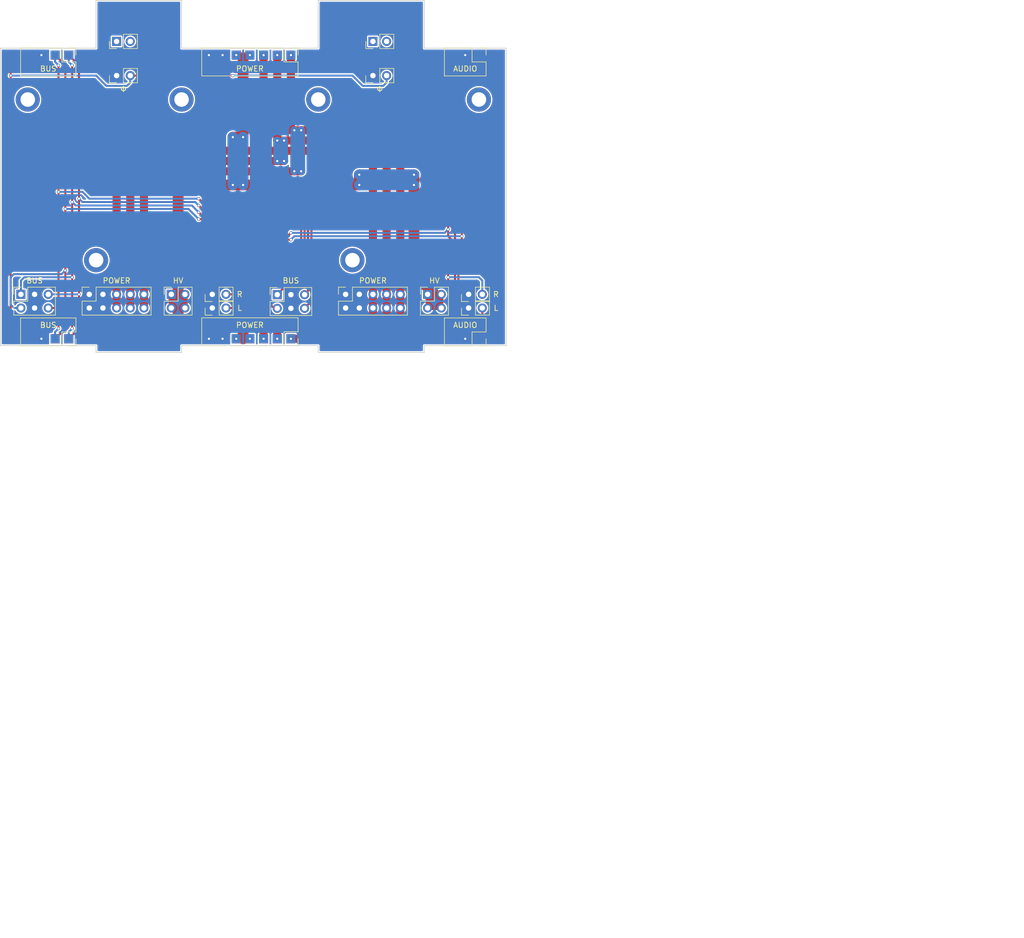
<source format=kicad_pcb>
(kicad_pcb (version 20211014) (generator pcbnew)
  (layers (0 "F.Cu" signal) (31 "B.Cu" signal) (34 "B.Paste" user) (35 "F.Paste" user) (36 "B.SilkS" user "B.Silkscreen") (37 "F.SilkS" user "F.Silkscreen") (38 "B.Mask" user) (39 "F.Mask" user) (44 "Edge.Cuts" user))
  (net 0 "")
  (net 1 "/~{IRQ}")
  (net 2 "+9VA")
  (net 3 "-9VA")
  (net 4 "+5V")
  (net 5 "GND")
  (net 6 "/~{RST}")
  (net 7 "/SCL")
  (net 8 "/SDA")
  (net 9 "/AUDIO_L")
  (net 10 "/AUDIO_R")
  (net 11 "+12V")
  (net 12 "/Φ_SYNTH")
  (footprint "Connector_PinHeader_2.54mm:PinHeader_2x05_P2.54mm_Vertical" (layer "F.Cu") (at 49.53 78.74 90)
    (fp_text reference "P1" hide)
    (fp_text value "POWER" (at 2.54 5.08) (layer "F.SilkS"))
    (pad "1" thru_hole rect (at 0 0 90) (size 1.7 1.7) (drill 1) (layers *.Cu *.Mask) (net 5 "GND"))
    (pad "2" thru_hole oval (at -2.54 0 90) (size 1.7 1.7) (drill 1) (layers *.Cu *.Mask) (net 5 "GND"))
    (pad "3" thru_hole oval (at 0 2.54 90) (size 1.7 1.7) (drill 1) (layers *.Cu *.Mask) (net 5 "GND"))
    (pad "4" thru_hole oval (at -2.54 2.54 90) (size 1.7 1.7) (drill 1) (layers *.Cu *.Mask) (net 5 "GND"))
    (pad "5" thru_hole oval (at 0 5.08 90) (size 1.7 1.7) (drill 1) (layers *.Cu *.Mask) (net 4 "+5V"))
    (pad "6" thru_hole oval (at -2.54 5.08 90) (size 1.7 1.7) (drill 1) (layers *.Cu *.Mask) (net 4 "+5V"))
    (pad "7" thru_hole oval (at 0 7.62 90) (size 1.7 1.7) (drill 1) (layers *.Cu *.Mask) (net 3 "-9VA"))
    (pad "8" thru_hole oval (at -2.54 7.62 90) (size 1.7 1.7) (drill 1) (layers *.Cu *.Mask) (net 3 "-9VA"))
    (pad "9" thru_hole oval (at 0 10.16 90) (size 1.7 1.7) (drill 1) (layers *.Cu *.Mask) (net 2 "+9VA"))
    (pad "10" thru_hole oval (at -2.54 10.16 90) (size 1.7 1.7) (drill 1) (layers *.Cu *.Mask) (net 2 "+9VA"))
  )
  (footprint "Connector_PinHeader_2.54mm:PinHeader_2x05_P2.54mm_Vertical" (layer "F.Cu") (at 97.155 78.74 90)
    (fp_text reference "P2" hide)
    (fp_text value "POWER" (at 2.54 5.08) (layer "F.SilkS"))
    (pad "1" thru_hole rect (at 0 0 90) (size 1.7 1.7) (drill 1) (layers *.Cu *.Mask) (net 5 "GND"))
    (pad "2" thru_hole oval (at -2.54 0 90) (size 1.7 1.7) (drill 1) (layers *.Cu *.Mask) (net 5 "GND"))
    (pad "3" thru_hole oval (at 0 2.54 90) (size 1.7 1.7) (drill 1) (layers *.Cu *.Mask) (net 5 "GND"))
    (pad "4" thru_hole oval (at -2.54 2.54 90) (size 1.7 1.7) (drill 1) (layers *.Cu *.Mask) (net 5 "GND"))
    (pad "5" thru_hole oval (at 0 5.08 90) (size 1.7 1.7) (drill 1) (layers *.Cu *.Mask) (net 4 "+5V"))
    (pad "6" thru_hole oval (at -2.54 5.08 90) (size 1.7 1.7) (drill 1) (layers *.Cu *.Mask) (net 4 "+5V"))
    (pad "7" thru_hole oval (at 0 7.62 90) (size 1.7 1.7) (drill 1) (layers *.Cu *.Mask) (net 3 "-9VA"))
    (pad "8" thru_hole oval (at -2.54 7.62 90) (size 1.7 1.7) (drill 1) (layers *.Cu *.Mask) (net 3 "-9VA"))
    (pad "9" thru_hole oval (at 0 10.16 90) (size 1.7 1.7) (drill 1) (layers *.Cu *.Mask) (net 2 "+9VA"))
    (pad "10" thru_hole oval (at -2.54 10.16 90) (size 1.7 1.7) (drill 1) (layers *.Cu *.Mask) (net 2 "+9VA"))
  )
  (footprint "Connector_PinHeader_2.54mm:PinHeader_1x02_P2.54mm_Vertical" (layer "F.Cu") (at 72.39 81.28 90)
    (fp_text reference "P3" hide)
    (fp_text value "L" (at 0 5.08) (layer "F.SilkS"))
    (pad "1" thru_hole rect (at 0 0 90) (size 1.7 1.7) (drill 1) (layers *.Cu *.Mask) (net 5 "GND"))
    (pad "2" thru_hole oval (at 0 2.54 90) (size 1.7 1.7) (drill 1) (layers *.Cu *.Mask) (net 9 "/AUDIO_L"))
  )
  (footprint "Connector_PinHeader_2.54mm:PinHeader_1x02_P2.54mm_Vertical" (layer "F.Cu") (at 72.385 78.74 90)
    (fp_text reference "P4" hide)
    (fp_text value "R" (at 0 5.085) (layer "F.SilkS"))
    (pad "1" thru_hole rect (at 0 0 90) (size 1.7 1.7) (drill 1) (layers *.Cu *.Mask) (net 5 "GND"))
    (pad "2" thru_hole oval (at 0 2.54 90) (size 1.7 1.7) (drill 1) (layers *.Cu *.Mask) (net 10 "/AUDIO_R"))
  )
  (footprint "Connector_PinHeader_2.54mm:PinHeader_2x02_P2.54mm_Vertical" (layer "F.Cu") (at 64.77 78.74 90)
    (fp_text reference "P6" hide)
    (fp_text value "HV" (at 2.54 1.27) (layer "F.SilkS"))
    (pad "1" thru_hole rect (at 0 0 90) (size 1.7 1.7) (drill 1) (layers *.Cu *.Mask) (net 11 "+12V"))
    (pad "2" thru_hole oval (at -2.54 0 90) (size 1.7 1.7) (drill 1) (layers *.Cu *.Mask) (net 11 "+12V"))
    (pad "3" thru_hole oval (at 0 2.54 90) (size 1.7 1.7) (drill 1) (layers *.Cu *.Mask) (net 11 "+12V"))
    (pad "4" thru_hole oval (at -2.54 2.54 90) (size 1.7 1.7) (drill 1) (layers *.Cu *.Mask) (net 11 "+12V"))
  )
  (footprint "Connector_PinHeader_2.54mm:PinHeader_2x02_P2.54mm_Vertical" (layer "F.Cu") (at 112.39 78.74 90)
    (fp_text reference "P7" hide)
    (fp_text value "HV" (at 2.54 1.27) (layer "F.SilkS"))
    (pad "1" thru_hole rect (at 0 0 90) (size 1.7 1.7) (drill 1) (layers *.Cu *.Mask) (net 11 "+12V"))
    (pad "2" thru_hole oval (at -2.54 0 90) (size 1.7 1.7) (drill 1) (layers *.Cu *.Mask) (net 11 "+12V"))
    (pad "3" thru_hole oval (at 0 2.54 90) (size 1.7 1.7) (drill 1) (layers *.Cu *.Mask) (net 11 "+12V"))
    (pad "4" thru_hole oval (at -2.54 2.54 90) (size 1.7 1.7) (drill 1) (layers *.Cu *.Mask) (net 11 "+12V"))
  )
  (footprint "Connector_PinHeader_2.54mm:PinHeader_1x02_P2.54mm_Vertical" (layer "F.Cu") (at 120.01 81.28 90)
    (fp_text reference "P8" hide)
    (fp_text value "L" (at 0 5.085) (layer "F.SilkS"))
    (pad "1" thru_hole rect (at 0 0 90) (size 1.7 1.7) (drill 1) (layers *.Cu *.Mask) (net 5 "GND"))
    (pad "2" thru_hole oval (at 0 2.54 90) (size 1.7 1.7) (drill 1) (layers *.Cu *.Mask) (net 9 "/AUDIO_L"))
  )
  (footprint "Connector_PinHeader_2.54mm:PinHeader_1x02_P2.54mm_Vertical" (layer "F.Cu") (at 120.01 78.74 90)
    (fp_text reference "P9" hide)
    (fp_text value "R" (at 0 5.085) (layer "F.SilkS"))
    (pad "1" thru_hole rect (at 0 0 90) (size 1.7 1.7) (drill 1) (layers *.Cu *.Mask) (net 5 "GND"))
    (pad "2" thru_hole oval (at 0 2.54 90) (size 1.7 1.7) (drill 1) (layers *.Cu *.Mask) (net 10 "/AUDIO_R"))
  )
  (footprint "Connector_PinHeader_2.54mm:PinHeader_2x03_P2.54mm_Vertical" (layer "F.Cu") (at 36.83 78.74 90)
    (fp_text reference "P11" hide)
    (fp_text value "BUS" (at 2.54 2.54 180) (layer "F.SilkS"))
    (pad "1" thru_hole rect (at 0 0 90) (size 1.7 1.7) (drill 1) (layers *.Cu *.Mask) (net 7 "/SCL"))
    (pad "2" thru_hole oval (at -2.54 0 90) (size 1.7 1.7) (drill 1) (layers *.Cu *.Mask) (net 6 "/~{RST}"))
    (pad "3" thru_hole oval (at 0 2.54 90) (size 1.7 1.7) (drill 1) (layers *.Cu *.Mask) (net 5 "GND"))
    (pad "4" thru_hole oval (at -2.54 2.54 90) (size 1.7 1.7) (drill 1) (layers *.Cu *.Mask) (net 5 "GND"))
    (pad "5" thru_hole oval (at 0 5.08 90) (size 1.7 1.7) (drill 1) (layers *.Cu *.Mask) (net 8 "/SDA"))
    (pad "6" thru_hole oval (at -2.54 5.08 90) (size 1.7 1.7) (drill 1) (layers *.Cu *.Mask) (net 1 "/~{IRQ}"))
  )
  (footprint "Connector_PinHeader_2.54mm:PinHeader_2x03_P2.54mm_Vertical" (layer "F.Cu") (at 84.455 78.74 90)
    (fp_text reference "P12" hide)
    (fp_text value "BUS" (at 2.54 2.54) (layer "F.SilkS"))
    (pad "1" thru_hole rect (at -0.06 0 90) (size 1.7 1.7) (drill 1) (layers *.Cu *.Mask) (net 7 "/SCL"))
    (pad "2" thru_hole oval (at -2.6 0 90) (size 1.7 1.7) (drill 1) (layers *.Cu *.Mask) (net 6 "/~{RST}"))
    (pad "3" thru_hole oval (at -0.06 2.54 90) (size 1.7 1.7) (drill 1) (layers *.Cu *.Mask) (net 5 "GND"))
    (pad "4" thru_hole oval (at -2.6 2.54 90) (size 1.7 1.7) (drill 1) (layers *.Cu *.Mask) (net 5 "GND"))
    (pad "5" thru_hole oval (at -0.06 5.08 90) (size 1.7 1.7) (drill 1) (layers *.Cu *.Mask) (net 8 "/SDA"))
    (pad "6" thru_hole oval (at -2.6 5.08 90) (size 1.7 1.7) (drill 1) (layers *.Cu *.Mask) (net 1 "/~{IRQ}"))
  )
  (footprint "Connector_PinHeader_2.54mm:PinHeader_1x02_P2.54mm_Vertical" (layer "F.Cu") (at 54.61 38.1 90)
    (fp_text reference "P15" hide)
    (fp_text value "Φ" (at -2.54 1.27) (layer "F.SilkS"))
    (pad "1" thru_hole rect (at 0 0 90) (size 1.7 1.7) (drill 1) (layers *.Cu *.Mask) (net 5 "GND"))
    (pad "2" thru_hole oval (at 0 2.54 90) (size 1.7 1.7) (drill 1) (layers *.Cu *.Mask) (net 12 "/Φ_SYNTH"))
  )
  (footprint "Connector_PinHeader_2.54mm:PinHeader_1x02_P2.54mm_Vertical" (layer "F.Cu") (at 102.23 38.1 90)
    (fp_text reference "P16" hide)
    (fp_text value "Φ" (at -2.54 1.27) (layer "F.SilkS"))
    (pad "1" thru_hole rect (at 0 0 90) (size 1.7 1.7) (drill 1) (layers *.Cu *.Mask) (net 5 "GND"))
    (pad "2" thru_hole oval (at 0 2.54 90) (size 1.7 1.7) (drill 1) (layers *.Cu *.Mask) (net 12 "/Φ_SYNTH"))
  )
  (footprint "Connector_PinHeader_2.54mm:PinHeader_2x04_P2.54mm_Vertical" (layer "F.Cu") (at 45.72 34.29 -90)
    (fp_text reference "P17" hide)
    (fp_text value "BUS" (at 2.54 3.81 180) (layer "F.SilkS"))
    (pad "1" connect rect (at 0 0 270) (size 1.7 1.7) (layers "F.Cu" "F.Mask") (net 8 "/SDA"))
    (pad "2" connect rect (at 0 0 270) (size 1.7 1.7) (layers "B.Cu" "B.Mask") (net 7 "/SCL"))
    (pad "3" connect rect (at 0 2.54 270) (size 1.7 1.7) (layers "F.Cu" "F.Mask") (net 6 "/~{RST}"))
    (pad "4" connect rect (at 0 2.54 270) (size 1.7 1.7) (layers "B.Cu" "B.Mask") (net 1 "/~{IRQ}"))
    (pad "5" connect rect (at 0 5.08 270) (size 1.7 1.7) (layers "F.Cu" "F.Mask") (net 5 "GND"))
    (pad "6" connect rect (at 0 5.08 270) (size 1.7 1.7) (layers "B.Cu" "B.Mask") (net 5 "GND"))
    (pad "7" connect rect (at 0 7.62 270) (size 1.7 1.7) (layers "F.Cu" "F.Mask") (net 12 "/Φ_SYNTH"))
    (pad "8" connect rect (at 0 7.62 270) (size 1.7 1.7) (layers "B.Cu" "B.Mask") (net 5 "GND"))
  )
  (footprint "Connector_PinHeader_2.54mm:PinHeader_2x07_P2.54mm_Vertical" (layer "F.Cu") (at 86.995 34.29 -90)
    (fp_text reference "P18" hide)
    (fp_text value "POWER" (at 2.54 7.62) (layer "F.SilkS"))
    (pad "1" connect rect (at 0 0 270) (size 1.7 1.7) (layers "F.Cu" "F.Mask") (net 2 "+9VA"))
    (pad "2" connect rect (at 0 0 270) (size 1.7 1.7) (layers "B.Cu" "B.Mask") (net 2 "+9VA"))
    (pad "3" connect rect (at 0 2.54 270) (size 1.7 1.7) (layers "F.Cu" "F.Mask") (net 3 "-9VA"))
    (pad "4" connect rect (at 0 2.54 270) (size 1.7 1.7) (layers "B.Cu" "B.Mask") (net 3 "-9VA"))
    (pad "5" connect rect (at 0 5.08 270) (size 1.7 1.7) (layers "F.Cu" "F.Mask") (net 4 "+5V"))
    (pad "6" connect rect (at 0 5.08 270) (size 1.7 1.7) (layers "B.Cu" "B.Mask") (net 4 "+5V"))
    (pad "7" connect rect (at 0 7.62 270) (size 1.7 1.7) (layers "F.Cu" "F.Mask") (net 11 "+12V"))
    (pad "8" connect rect (at 0 7.62 270) (size 1.7 1.7) (layers "B.Cu" "B.Mask") (net 11 "+12V"))
    (pad "9" connect rect (at 0 10.16 270) (size 1.7 1.7) (layers "F.Cu" "F.Mask") (net 11 "+12V"))
    (pad "10" connect rect (at 0 10.16 270) (size 1.7 1.7) (layers "B.Cu" "B.Mask") (net 11 "+12V"))
    (pad "11" connect rect (at 0 12.7 270) (size 1.7 1.7) (layers "F.Cu" "F.Mask") (net 5 "GND"))
    (pad "12" connect rect (at 0 12.7 270) (size 1.7 1.7) (layers "B.Cu" "B.Mask") (net 5 "GND"))
    (pad "13" connect rect (at 0 15.24 270) (size 1.7 1.7) (layers "F.Cu" "F.Mask") (net 5 "GND"))
    (pad "14" connect rect (at 0 15.24 270) (size 1.7 1.7) (layers "B.Cu" "B.Mask") (net 5 "GND"))
  )
  (footprint "Connector_PinHeader_2.54mm:PinHeader_2x03_P2.54mm_Vertical" (layer "F.Cu") (at 121.92 34.29 -90)
    (fp_text reference "P19" hide)
    (fp_text value "AUDIO" (at 2.54 2.54) (layer "F.SilkS"))
    (pad "1" connect rect (at 0 0 270) (size 1.7 1.7) (layers "F.Cu" "F.Mask") (net 9 "/AUDIO_L"))
    (pad "2" connect rect (at 0 0 270) (size 1.7 1.7) (layers "B.Cu" "B.Mask") (net 5 "GND"))
    (pad "3" connect rect (at 0 2.54 270) (size 1.7 1.7) (layers "F.Cu" "F.Mask") (net 5 "GND"))
    (pad "4" connect rect (at 0 2.54 270) (size 1.7 1.7) (layers "B.Cu" "B.Mask") (net 5 "GND"))
    (pad "5" connect rect (at 0 5.08 270) (size 1.7 1.7) (layers "F.Cu" "F.Mask") (net 10 "/AUDIO_R"))
    (pad "6" connect rect (at 0 5.08 270) (size 1.7 1.7) (layers "B.Cu" "B.Mask") (net 5 "GND"))
  )
  (footprint "Connector_PinHeader_2.54mm:PinHeader_1x02_P2.54mm_Vertical" (layer "F.Cu") (at 54.605 31.75 90)
    (fp_text reference "P20" hide)
    (fp_text value "SUPPORT")
    (pad "1" thru_hole rect (at 0 0 90) (size 1.7 1.7) (drill 1) (layers *.Cu *.Mask))
    (pad "2" thru_hole oval (at 0 2.54 90) (size 1.7 1.7) (drill 1) (layers *.Cu *.Mask))
  )
  (footprint "Connector_PinHeader_2.54mm:PinHeader_1x02_P2.54mm_Vertical" (layer "F.Cu") (at 102.235 31.75 90)
    (fp_text reference "P21" hide)
    (fp_text value "SUPPORT")
    (pad "1" thru_hole rect (at 0 0 90) (size 1.7 1.7) (drill 1) (layers *.Cu *.Mask))
    (pad "2" thru_hole oval (at 0 2.54 90) (size 1.7 1.7) (drill 1) (layers *.Cu *.Mask))
  )
  (footprint "Connector_PinHeader_2.54mm:PinHeader_2x04_P2.54mm_Vertical" (layer "F.Cu") (at 45.72 84.455 -90)
    (fp_text reference "P22" hide)
    (fp_text value "BUS" (at 0 3.81) (layer "F.SilkS"))
    (pad "1" connect rect (at 2.54 0 270) (size 1.7 1.7) (layers "F.Cu" "F.Mask") (net 8 "/SDA"))
    (pad "2" connect rect (at 2.54 0 270) (size 1.7 1.7) (layers "B.Cu" "B.Mask") (net 7 "/SCL"))
    (pad "3" connect rect (at 2.54 2.54 270) (size 1.7 1.7) (layers "F.Cu" "F.Mask") (net 6 "/~{RST}"))
    (pad "4" connect rect (at 2.54 2.54 270) (size 1.7 1.7) (layers "B.Cu" "B.Mask") (net 1 "/~{IRQ}"))
    (pad "5" connect rect (at 2.54 5.08 270) (size 1.7 1.7) (layers "F.Cu" "F.Mask") (net 5 "GND"))
    (pad "6" connect rect (at 2.54 5.08 270) (size 1.7 1.7) (layers "B.Cu" "B.Mask") (net 5 "GND"))
    (pad "7" connect rect (at 2.54 7.62 270) (size 1.7 1.7) (layers "F.Cu" "F.Mask") (net 12 "/Φ_SYNTH"))
    (pad "8" connect rect (at 2.54 7.62 270) (size 1.7 1.7) (layers "B.Cu" "B.Mask") (net 5 "GND"))
  )
  (footprint "Connector_PinHeader_2.54mm:PinHeader_2x07_P2.54mm_Vertical" (layer "F.Cu") (at 86.995 84.455 -90)
    (fp_text reference "P23" hide)
    (fp_text value "POWER" (at 0 7.62) (layer "F.SilkS"))
    (pad "1" connect rect (at 2.54 0 270) (size 1.7 1.7) (layers "F.Cu" "F.Mask") (net 2 "+9VA"))
    (pad "2" connect rect (at 2.54 0 270) (size 1.7 1.7) (layers "B.Cu" "B.Mask") (net 2 "+9VA"))
    (pad "3" connect rect (at 2.54 2.54 270) (size 1.7 1.7) (layers "F.Cu" "F.Mask") (net 3 "-9VA"))
    (pad "4" connect rect (at 2.54 2.54 270) (size 1.7 1.7) (layers "B.Cu" "B.Mask") (net 3 "-9VA"))
    (pad "5" connect rect (at 2.54 5.08 270) (size 1.7 1.7) (layers "F.Cu" "F.Mask") (net 4 "+5V"))
    (pad "6" connect rect (at 2.54 5.08 270) (size 1.7 1.7) (layers "B.Cu" "B.Mask") (net 4 "+5V"))
    (pad "7" connect rect (at 2.54 7.62 270) (size 1.7 1.7) (layers "F.Cu" "F.Mask") (net 11 "+12V"))
    (pad "8" connect rect (at 2.54 7.62 270) (size 1.7 1.7) (layers "B.Cu" "B.Mask") (net 11 "+12V"))
    (pad "9" connect rect (at 2.54 10.16 270) (size 1.7 1.7) (layers "F.Cu" "F.Mask") (net 11 "+12V"))
    (pad "10" connect rect (at 2.54 10.16 270) (size 1.7 1.7) (layers "B.Cu" "B.Mask") (net 11 "+12V"))
    (pad "11" connect rect (at 2.54 12.7 270) (size 1.7 1.7) (layers "F.Cu" "F.Mask") (net 5 "GND"))
    (pad "12" connect rect (at 2.54 12.7 270) (size 1.7 1.7) (layers "B.Cu" "B.Mask") (net 5 "GND"))
    (pad "13" connect rect (at 2.54 15.24 270) (size 1.7 1.7) (layers "F.Cu" "F.Mask") (net 5 "GND"))
    (pad "14" connect rect (at 2.54 15.24 270) (size 1.7 1.7) (layers "B.Cu" "B.Mask") (net 5 "GND"))
  )
  (footprint "Connector_PinHeader_2.54mm:PinHeader_2x03_P2.54mm_Vertical" (layer "F.Cu") (at 121.92 84.455 -90)
    (fp_text reference "P24" hide)
    (fp_text value "AUDIO" (at 0 2.54) (layer "F.SilkS"))
    (pad "1" connect rect (at 2.54 0 270) (size 1.7 1.7) (layers "F.Cu" "F.Mask") (net 9 "/AUDIO_L"))
    (pad "2" connect rect (at 2.54 0 270) (size 1.7 1.7) (layers "B.Cu" "B.Mask") (net 5 "GND"))
    (pad "3" connect rect (at 2.54 2.54 270) (size 1.7 1.7) (layers "F.Cu" "F.Mask") (net 5 "GND"))
    (pad "4" connect rect (at 2.54 2.54 270) (size 1.7 1.7) (layers "B.Cu" "B.Mask") (net 5 "GND"))
    (pad "5" connect rect (at 2.54 5.08 270) (size 1.7 1.7) (layers "F.Cu" "F.Mask") (net 10 "/AUDIO_R"))
    (pad "6" connect rect (at 2.54 5.08 270) (size 1.7 1.7) (layers "B.Cu" "B.Mask") (net 5 "GND"))
  )
  (footprint "MountingHole:MountingHole_2.7mm_M2.5_ISO14580_Pad" (layer "F.Cu") (at 50.8 72.39)
    (fp_text reference "P25" hide)
    (fp_text value "SCREW")
    (pad "1" thru_hole circle (at 0 0) (size 4.5 4.5) (drill 2.7) (layers *.Cu *.Mask))
  )
  (footprint "MountingHole:MountingHole_2.7mm_M2.5_ISO14580_Pad" (layer "F.Cu") (at 38.1 42.545)
    (fp_text reference "P26" hide)
    (fp_text value "SCREW" hide)
    (pad "1" thru_hole circle (at 0 0) (size 4.5 4.5) (drill 2.7) (layers *.Cu *.Mask))
  )
  (footprint "MountingHole:MountingHole_2.7mm_M2.5_ISO14580_Pad" (layer "F.Cu") (at 66.675 42.545)
    (fp_text reference "P27" hide)
    (fp_text value "SCREW")
    (pad "1" thru_hole circle (at 0 0) (size 4.5 4.5) (drill 2.7) (layers *.Cu *.Mask))
  )
  (footprint "MountingHole:MountingHole_2.7mm_M2.5_ISO14580_Pad" (layer "F.Cu") (at 121.92 42.545)
    (fp_text reference "P28" hide)
    (fp_text value "SCREW")
    (pad "1" thru_hole circle (at 0 0) (size 4.5 4.5) (drill 2.7) (layers *.Cu *.Mask))
  )
  (footprint "MountingHole:MountingHole_2.7mm_M2.5_ISO14580_Pad" (layer "F.Cu") (at 98.425 72.39)
    (fp_text reference "P29" hide)
    (fp_text value "SCREW")
    (pad "1" thru_hole circle (at 0 0) (size 4.5 4.5) (drill 2.7) (layers *.Cu *.Mask))
  )
  (footprint "MountingHole:MountingHole_2.7mm_M2.5_ISO14580_Pad" (layer "F.Cu") (at 92.075 42.545)
    (fp_text reference "P30" hide)
    (fp_text value "SCREW")
    (pad "1" thru_hole circle (at 0 0) (size 4.5 4.5) (drill 2.7) (layers *.Cu *.Mask))
  )
  (gr_line (start 92.075 24.13) (end 111.76 24.13) (layer "Edge.Cuts") (width 0.15))
  (gr_line (start 127 88.265) (end 111.76 88.265) (layer "Edge.Cuts") (width 0.15))
  (gr_line (start 111.76 89.535) (end 92.075 89.535) (layer "Edge.Cuts") (width 0.15))
  (gr_line (start 50.8 88.265) (end 33.02 88.265) (layer "Edge.Cuts") (width 0.15))
  (gr_line (start 92.075 88.265) (end 66.675 88.265) (layer "Edge.Cuts") (width 0.15))
  (gr_line (start 66.675 88.265) (end 66.675 89.535) (layer "Edge.Cuts") (width 0.15))
  (gr_line (start 50.8 33.02) (end 50.8 24.13) (layer "Edge.Cuts") (width 0.15))
  (gr_line (start 33.02 88.265) (end 33.02 33.02) (layer "Edge.Cuts") (width 0.15))
  (gr_line (start 33.02 33.02) (end 50.8 33.02) (layer "Edge.Cuts") (width 0.15))
  (gr_line (start 111.76 24.13) (end 111.76 33.02) (layer "Edge.Cuts") (width 0.15))
  (gr_line (start 66.675 24.13) (end 66.675 33.02) (layer "Edge.Cuts") (width 0.15))
  (gr_line (start 92.075 33.02) (end 92.075 24.13) (layer "Edge.Cuts") (width 0.15))
  (gr_line (start 127 33.02) (end 127 88.265) (layer "Edge.Cuts") (width 0.15))
  (gr_line (start 92.075 89.535) (end 92.075 88.265) (layer "Edge.Cuts") (width 0.15))
  (gr_line (start 50.8 89.535) (end 50.8 88.265) (layer "Edge.Cuts") (width 0.15))
  (gr_line (start 50.8 24.13) (end 66.675 24.13) (layer "Edge.Cuts") (width 0.15))
  (gr_line (start 111.76 33.02) (end 127 33.02) (layer "Edge.Cuts") (width 0.15))
  (gr_line (start 66.675 33.02) (end 92.075 33.02) (layer "Edge.Cuts") (width 0.15))
  (gr_line (start 66.675 89.535) (end 50.8 89.535) (layer "Edge.Cuts") (width 0.15))
  (gr_line (start 111.76 88.265) (end 111.76 89.535) (layer "Edge.Cuts") (width 0.15))
  (segment (start 90.805 80.01) (end 90.805 63.5) (width 0.375) (layer "F.Cu") (net 1))
  (segment (start 90.805 63.5) (end 90.289996 62.984996) (width 0.375) (layer "F.Cu") (net 1))
  (segment (start 90.289996 62.984996) (end 71.874996 62.984996) (width 0.375) (layer "F.Cu") (net 1))
  (segment (start 71.874996 62.984996) (end 69.85 60.96) (width 0.375) (layer "F.Cu") (net 1))
  (segment (start 89.535 81.28) (end 90.805 80.01) (width 0.375) (layer "F.Cu") (net 1))
  (segment (start 43.815 59.69) (end 43.815 36.195) (width 0.375) (layer "F.Cu") (net 1))
  (segment (start 41.91 81.28) (end 43.815 81.28) (width 0.375) (layer "F.Cu") (net 1))
  (segment (start 43.815 85.09) (end 43.815 81.28) (width 0.375) (layer "F.Cu") (net 1))
  (segment (start 43.815 81.28) (end 43.815 59.69) (width 0.375) (layer "F.Cu") (net 1))
  (via (at 43.815 85.09) (size 0.6) (drill 0.4) (layers "F.Cu" "B.Cu") (net 1))
  (via (at 43.815 59.69) (size 0.6) (drill 0.4) (layers "F.Cu" "B.Cu") (net 1))
  (via (at 43.815 36.195) (size 0.6) (drill 0.4) (layers "F.Cu" "B.Cu") (net 1))
  (via (at 69.85 60.96) (size 0.6) (drill 0.4) (layers "F.Cu" "B.Cu") (net 1))
  (segment (start 43.815 36.195) (end 43.18 35.56) (width 0.375) (layer "B.Cu") (net 1))
  (segment (start 43.815 85.09) (end 43.18 85.725) (width 0.375) (layer "B.Cu") (net 1))
  (segment (start 43.18 85.725) (end 43.18 86.995) (width 0.375) (layer "B.Cu") (net 1))
  (segment (start 69.85 60.96) (end 49.53 60.96) (width 0.375) (layer "B.Cu") (net 1))
  (segment (start 48.26 59.69) (end 43.815 59.69) (width 0.375) (layer "B.Cu") (net 1))
  (segment (start 48.26 59.69) (end 49.53 60.96) (width 0.375) (layer "B.Cu") (net 1))
  (segment (start 43.18 34.29) (end 43.18 35.56) (width 0.375) (layer "B.Cu") (net 1))
  (segment (start 106.68 86.995) (end 107.315 86.36) (width 1.5) (layer "F.Cu") (net 2))
  (segment (start 107.315 86.36) (end 107.315 81.28) (width 1.5) (layer "F.Cu") (net 2))
  (segment (start 87.63 55.88) (end 88.9 55.88) (width 1.5) (layer "F.Cu") (net 2))
  (segment (start 87.63 48.26) (end 86.995 48.26) (width 1.5) (layer "F.Cu") (net 2))
  (segment (start 88.9 48.26) (end 106.045 48.26) (width 1.5) (layer "F.Cu") (net 2))
  (segment (start 59.69 57.15) (end 59.69 78.74) (width 1.5) (layer "F.Cu") (net 2))
  (segment (start 86.995 48.26) (end 88.9 48.26) (width 1.5) (layer "F.Cu") (net 2))
  (segment (start 107.315 78.74) (end 107.315 49.53) (width 1.5) (layer "F.Cu") (net 2))
  (segment (start 107.315 81.28) (end 107.315 78.74) (width 1.5) (layer "F.Cu") (net 2))
  (segment (start 59.69 81.28) (end 59.69 78.74) (width 1.5) (layer "F.Cu") (net 2))
  (segment (start 86.995 34.29) (end 86.995 48.26) (width 1.5) (layer "F.Cu") (net 2))
  (segment (start 60.96 55.88) (end 87.63 55.88) (width 1.5) (layer "F.Cu") (net 2))
  (segment (start 60.96 55.88) (end 59.69 57.15) (width 1.5) (layer "F.Cu") (net 2))
  (segment (start 86.995 86.995) (end 106.68 86.995) (width 1.5) (layer "F.Cu") (net 2))
  (segment (start 106.045 48.26) (end 107.315 49.53) (width 1.5) (layer "F.Cu") (net 2))
  (via (at 87.63 48.26) (size 0.6) (drill 0.4) (layers "F.Cu" "B.Cu") (net 2))
  (via (at 86.995 86.995) (size 0.6) (drill 0.4) (layers "F.Cu" "B.Cu") (net 2))
  (via (at 87.63 55.88) (size 0.6) (drill 0.4) (layers "F.Cu" "B.Cu") (net 2))
  (via (at 86.995 34.29) (size 0.6) (drill 0.4) (layers "F.Cu" "B.Cu") (net 2))
  (via (at 88.9 48.26) (size 0.6) (drill 0.4) (layers "F.Cu" "B.Cu") (net 2))
  (via (at 88.9 55.88) (size 0.6) (drill 0.4) (layers "F.Cu" "B.Cu") (net 2))
  (segment (start 87.63 55.88) (end 87.63 48.26) (width 1.5) (layer "B.Cu") (net 2))
  (segment (start 88.9 55.88) (end 88.9 48.26) (width 1.5) (layer "B.Cu") (net 2))
  (segment (start 84.455 85.09) (end 84.455 86.995) (width 1.5) (layer "F.Cu") (net 3))
  (segment (start 103.505 85.09) (end 84.455 85.09) (width 1.5) (layer "F.Cu") (net 3))
  (segment (start 58.42 53.975) (end 84.455 53.975) (width 1.5) (layer "F.Cu") (net 3))
  (segment (start 85.725 50.165) (end 85.09 50.165) (width 1.5) (layer "F.Cu") (net 3))
  (segment (start 84.455 50.165) (end 85.09 50.165) (width 1.5) (layer "F.Cu") (net 3))
  (segment (start 104.775 51.435) (end 104.775 78.74) (width 1.5) (layer "F.Cu") (net 3))
  (segment (start 84.455 50.165) (end 103.505 50.165) (width 1.5) (layer "F.Cu") (net 3))
  (segment (start 57.15 55.245) (end 57.15 78.74) (width 1.5) (layer "F.Cu") (net 3))
  (segment (start 104.775 81.28) (end 104.775 83.82) (width 1.5) (layer "F.Cu") (net 3))
  (segment (start 104.775 78.74) (end 104.775 81.28) (width 1.5) (layer "F.Cu") (net 3))
  (segment (start 57.15 81.28) (end 57.15 78.74) (width 1.5) (layer "F.Cu") (net 3))
  (segment (start 84.455 34.29) (end 84.455 50.165) (width 1.5) (layer "F.Cu") (net 3))
  (segment (start 103.505 85.09) (end 104.775 83.82) (width 1.5) (layer "F.Cu") (net 3))
  (segment (start 58.42 53.975) (end 57.15 55.245) (width 1.5) (layer "F.Cu") (net 3))
  (segment (start 85.725 53.975) (end 84.455 53.975) (width 1.5) (layer "F.Cu") (net 3))
  (segment (start 103.505 50.165) (end 104.775 51.435) (width 1.5) (layer "F.Cu") (net 3))
  (via (at 84.455 50.165) (size 0.6) (drill 0.4) (layers "F.Cu" "B.Cu") (net 3))
  (via (at 85.725 53.975) (size 0.6) (drill 0.4) (layers "F.Cu" "B.Cu") (net 3))
  (via (at 84.455 53.975) (size 0.6) (drill 0.4) (layers "F.Cu" "B.Cu") (net 3))
  (via (at 84.455 86.995) (size 0.6) (drill 0.4) (layers "F.Cu" "B.Cu") (net 3))
  (via (at 84.455 34.29) (size 0.6) (drill 0.4) (layers "F.Cu" "B.Cu") (net 3))
  (via (at 85.725 50.165) (size 0.6) (drill 0.4) (layers "F.Cu" "B.Cu") (net 3))
  (segment (start 85.725 53.975) (end 85.725 50.165) (width 1.5) (layer "B.Cu") (net 3))
  (segment (start 84.455 53.975) (end 84.455 50.165) (width 1.5) (layer "B.Cu") (net 3))
  (segment (start 81.915 52.07) (end 100.965 52.07) (width 1.5) (layer "F.Cu") (net 4))
  (segment (start 81.915 83.82) (end 82.55 83.185) (width 1.5) (layer "F.Cu") (net 4))
  (segment (start 82.55 83.185) (end 101.6 83.185) (width 1.5) (layer "F.Cu") (net 4))
  (segment (start 101.6 83.185) (end 102.235 82.55) (width 1.5) (layer "F.Cu") (net 4))
  (segment (start 102.235 82.55) (end 102.235 81.28) (width 1.5) (layer "F.Cu") (net 4))
  (segment (start 55.88 52.07) (end 81.915 52.07) (width 1.5) (layer "F.Cu") (net 4))
  (segment (start 102.235 53.34) (end 102.235 78.74) (width 1.5) (layer "F.Cu") (net 4))
  (segment (start 81.915 34.29) (end 81.915 52.07) (width 1.5) (layer "F.Cu") (net 4))
  (segment (start 54.61 78.74) (end 54.61 53.34) (width 1.5) (layer "F.Cu") (net 4))
  (segment (start 100.965 52.07) (end 102.235 53.34) (width 1.5) (layer "F.Cu") (net 4))
  (segment (start 102.235 78.74) (end 102.235 81.28) (width 1.5) (layer "F.Cu") (net 4))
  (segment (start 55.88 52.07) (end 54.61 53.34) (width 1.5) (layer "F.Cu") (net 4))
  (segment (start 81.915 86.995) (end 81.915 83.82) (width 1.5) (layer "F.Cu") (net 4))
  (segment (start 54.61 81.28) (end 54.61 78.74) (width 1.5) (layer "F.Cu") (net 4))
  (via (at 81.915 86.995) (size 0.6) (drill 0.4) (layers "F.Cu" "B.Cu") (net 4))
  (via (at 81.915 34.29) (size 0.6) (drill 0.4) (layers "F.Cu" "B.Cu") (net 4))
  (segment (start 119.38 35.56) (end 117.475 37.465) (width 0.375) (layer "F.Cu") (net 5))
  (segment (start 117.475 37.465) (end 117.475 85.09) (width 0.375) (layer "F.Cu") (net 5))
  (segment (start 117.475 85.09) (end 119.38 86.995) (width 0.375) (layer "F.Cu") (net 5))
  (segment (start 119.38 34.29) (end 119.38 35.56) (width 0.375) (layer "F.Cu") (net 5))
  (via (at 74.295 34.29) (size 0.6) (drill 0.4) (layers "F.Cu" "B.Cu") (net 5))
  (via (at 74.295 86.995) (size 0.6) (drill 0.4) (layers "F.Cu" "B.Cu") (net 5))
  (via (at 71.755 86.995) (size 0.6) (drill 0.4) (layers "F.Cu" "B.Cu") (net 5))
  (via (at 71.755 34.29) (size 0.6) (drill 0.4) (layers "F.Cu" "B.Cu") (net 5))
  (via (at 40.64 86.995) (size 0.6) (drill 0.4) (layers "F.Cu" "B.Cu") (net 5))
  (via (at 40.64 34.29) (size 0.6) (drill 0.4) (layers "F.Cu" "B.Cu") (net 5))
  (via (at 119.38 34.29) (size 0.6) (drill 0.4) (layers "F.Cu" "B.Cu") (net 5))
  (via (at 119.38 86.995) (size 0.6) (drill 0.4) (layers "F.Cu" "B.Cu") (net 5))
  (segment (start 45.085 36.195) (end 45.085 62.865) (width 0.375) (layer "F.Cu") (net 6))
  (segment (start 45.085 64.77) (end 45.085 74.295) (width 0.375) (layer "F.Cu") (net 6))
  (segment (start 45.085 74.295) (end 45.085 85.09) (width 0.375) (layer "F.Cu") (net 6))
  (segment (start 45.085 64.135) (end 45.085 64.77) (width 0.375) (layer "F.Cu") (net 6))
  (segment (start 88.9 65.405) (end 88.265 64.77) (width 0.375) (layer "F.Cu") (net 6))
  (segment (start 69.85 64.77) (end 88.265 64.77) (width 0.375) (layer "F.Cu") (net 6))
  (segment (start 88.9 76.2) (end 88.9 65.405) (width 0.375) (layer "F.Cu") (net 6))
  (segment (start 45.085 62.865) (end 45.085 74.295) (width 0.375) (layer "F.Cu") (net 6))
  (segment (start 83.82 81.28) (end 83.185 80.645) (width 0.375) (layer "F.Cu") (net 6))
  (segment (start 84.455 81.28) (end 83.82 81.28) (width 0.375) (layer "F.Cu") (net 6))
  (segment (start 88.265 76.835) (end 88.9 76.2) (width 0.375) (layer "F.Cu") (net 6))
  (segment (start 83.185 77.47) (end 83.82 76.835) (width 0.375) (layer "F.Cu") (net 6))
  (segment (start 43.18 34.29) (end 45.085 36.195) (width 0.375) (layer "F.Cu") (net 6))
  (segment (start 83.82 76.835) (end 88.265 76.835) (width 0.375) (layer "F.Cu") (net 6))
  (segment (start 83.185 80.645) (end 83.185 77.47) (width 0.375) (layer "F.Cu") (net 6))
  (segment (start 43.18 86.995) (end 45.085 85.09) (width 0.375) (layer "F.Cu") (net 6))
  (via (at 45.085 74.295) (size 0.6) (drill 0.4) (layers "F.Cu" "B.Cu") (net 6))
  (via (at 45.085 62.865) (size 0.6) (drill 0.4) (layers "F.Cu" "B.Cu") (net 6))
  (via (at 69.85 64.77) (size 0.6) (drill 0.4) (layers "F.Cu" "B.Cu") (net 6))
  (segment (start 35.56 81.28) (end 34.925 80.645) (width 0.375) (layer "B.Cu") (net 6))
  (segment (start 34.925 80.645) (end 34.925 75.565) (width 0.375) (layer "B.Cu") (net 6))
  (segment (start 34.925 75.565) (end 35.500002 74.989998) (width 0.375) (layer "B.Cu") (net 6))
  (segment (start 35.500002 74.989998) (end 44.390002 74.989998) (width 0.375) (layer "B.Cu") (net 6))
  (segment (start 44.390002 74.989998) (end 45.085 74.295) (width 0.375) (layer "B.Cu") (net 6))
  (segment (start 36.83 81.28) (end 35.56 81.28) (width 0.375) (layer "B.Cu") (net 6))
  (segment (start 67.945 62.865) (end 69.85 64.77) (width 0.375) (layer "B.Cu") (net 6))
  (segment (start 45.085 62.865) (end 67.945 62.865) (width 0.375) (layer "B.Cu") (net 6))
  (segment (start 46.355 36.195) (end 46.355 61.595) (width 0.375) (layer "F.Cu") (net 7))
  (segment (start 46.355 75.565) (end 46.355 85.09) (width 0.375) (layer "F.Cu") (net 7))
  (segment (start 89.535 76.894998) (end 89.535 64.77) (width 0.375) (layer "F.Cu") (net 7))
  (segment (start 89.535 64.77) (end 88.9 64.135) (width 0.375) (layer "F.Cu") (net 7))
  (segment (start 85.725 77.47) (end 88.9 77.47) (width 0.375) (layer "F.Cu") (net 7))
  (segment (start 88.9 77.47) (end 89.535 76.835) (width 0.375) (layer "F.Cu") (net 7))
  (segment (start 89.535 76.835) (end 89.535 76.894998) (width 0.375) (layer "F.Cu") (net 7))
  (segment (start 70.485 64.135) (end 69.85 63.5) (width 0.375) (layer "F.Cu") (net 7))
  (segment (start 46.355 61.595) (end 46.355 75.565) (width 0.375) (layer "F.Cu") (net 7))
  (segment (start 70.485 64.135) (end 88.9 64.135) (width 0.375) (layer "F.Cu") (net 7))
  (segment (start 84.455 78.74) (end 85.725 77.47) (width 0.375) (layer "F.Cu") (net 7))
  (via (at 46.355 85.09) (size 0.6) (drill 0.4) (layers "F.Cu" "B.Cu") (net 7))
  (via (at 46.355 36.195) (size 0.6) (drill 0.4) (layers "F.Cu" "B.Cu") (net 7))
  (via (at 46.355 61.595) (size 0.6) (drill 0.4) (layers "F.Cu" "B.Cu") (net 7))
  (via (at 46.355 75.565) (size 0.6) (drill 0.4) (layers "F.Cu" "B.Cu") (net 7))
  (via (at 69.85 63.5) (size 0.6) (drill 0.4) (layers "F.Cu" "B.Cu") (net 7))
  (segment (start 45.72 35.56) (end 46.355 36.195) (width 0.375) (layer "B.Cu") (net 7))
  (segment (start 46.355 85.09) (end 45.72 85.725) (width 0.375) (layer "B.Cu") (net 7))
  (segment (start 45.72 85.725) (end 45.72 86.995) (width 0.375) (layer "B.Cu") (net 7))
  (segment (start 36.83 78.74) (end 36.83 76.2) (width 0.375) (layer "B.Cu") (net 7))
  (segment (start 36.83 76.2) (end 37.465 75.565) (width 0.375) (layer "B.Cu") (net 7))
  (segment (start 37.465 75.565) (end 46.355 75.565) (width 0.375) (layer "B.Cu") (net 7))
  (segment (start 69.85 63.5) (end 68.58 62.23) (width 0.375) (layer "B.Cu") (net 7))
  (segment (start 46.99 62.23) (end 46.355 61.595) (width 0.375) (layer "B.Cu") (net 7))
  (segment (start 46.99 62.23) (end 68.58 62.23) (width 0.375) (layer "B.Cu") (net 7))
  (segment (start 45.72 34.29) (end 45.72 35.56) (width 0.375) (layer "B.Cu") (net 7))
  (segment (start 47.625 36.195) (end 47.625 60.96) (width 0.375) (layer "F.Cu") (net 8))
  (segment (start 47.625 85.09) (end 47.625 78.74) (width 0.375) (layer "F.Cu") (net 8))
  (segment (start 71.179998 63.559998) (end 69.85 62.23) (width 0.375) (layer "F.Cu") (net 8))
  (segment (start 90.17 78.105) (end 90.17 64.135) (width 0.375) (layer "F.Cu") (net 8))
  (segment (start 90.17 64.135) (end 89.594998 63.559998) (width 0.375) (layer "F.Cu") (net 8))
  (segment (start 71.179998 63.559998) (end 89.594998 63.559998) (width 0.375) (layer "F.Cu") (net 8))
  (segment (start 47.625 60.96) (end 47.625 78.74) (width 0.375) (layer "F.Cu") (net 8))
  (segment (start 90.17 78.105) (end 89.535 78.74) (width 0.375) (layer "F.Cu") (net 8))
  (segment (start 45.72 34.29) (end 47.625 36.195) (width 0.375) (layer "F.Cu") (net 8))
  (segment (start 45.72 86.995) (end 47.625 85.09) (width 0.375) (layer "F.Cu") (net 8))
  (via (at 47.625 78.74) (size 0.6) (drill 0.4) (layers "F.Cu" "B.Cu") (net 8))
  (via (at 69.85 62.23) (size 0.6) (drill 0.4) (layers "F.Cu" "B.Cu") (net 8))
  (via (at 47.625 60.96) (size 0.6) (drill 0.4) (layers "F.Cu" "B.Cu") (net 8))
  (segment (start 69.85 62.23) (end 69.215 61.595) (width 0.375) (layer "B.Cu") (net 8))
  (segment (start 69.215 61.595) (end 48.26 61.595) (width 0.375) (layer "B.Cu") (net 8))
  (segment (start 47.625 60.96) (end 48.26 61.595) (width 0.375) (layer "B.Cu") (net 8))
  (segment (start 41.91 78.74) (end 47.625 78.74) (width 0.375) (layer "B.Cu") (net 8))
  (segment (start 121.92 85.725) (end 121.92 86.995) (width 0.375) (layer "F.Cu") (net 9))
  (segment (start 120.65 35.56) (end 121.285 35.56) (width 0.375) (layer "F.Cu") (net 9))
  (segment (start 121.285 35.56) (end 121.92 34.925) (width 0.375) (layer "F.Cu") (net 9))
  (segment (start 121.92 34.925) (end 121.92 34.29) (width 0.375) (layer "F.Cu") (net 9))
  (segment (start 76.835 81.28) (end 77.47 80.645) (width 0.375) (layer "F.Cu") (net 9))
  (segment (start 118.745 67.945) (end 118.745 69.215) (width 0.375) (layer "F.Cu") (net 9))
  (segment (start 118.745 69.215) (end 118.11 69.85) (width 0.375) (layer "F.Cu") (net 9))
  (segment (start 118.11 69.85) (end 118.11 82.55) (width 0.375) (layer "F.Cu") (net 9))
  (segment (start 118.745 83.185) (end 122.555 83.185) (width 0.375) (layer "F.Cu") (net 9))
  (segment (start 122.555 83.185) (end 122.555 81.28) (width 0.375) (layer "F.Cu") (net 9))
  (segment (start 122.555 85.09) (end 121.92 85.725) (width 0.375) (layer "F.Cu") (net 9))
  (segment (start 118.11 66.04) (end 118.745 66.675) (width 0.375) (layer "F.Cu") (net 9))
  (segment (start 118.745 66.675) (end 118.745 67.945) (width 0.375) (layer "F.Cu") (net 9))
  (segment (start 78.105 68.58) (end 77.47 69.215) (width 0.375) (layer "F.Cu") (net 9))
  (segment (start 77.47 69.215) (end 77.47 80.645) (width 0.375) (layer "F.Cu") (net 9))
  (segment (start 118.11 82.55) (end 118.745 83.185) (width 0.375) (layer "F.Cu") (net 9))
  (segment (start 118.11 38.1) (end 118.11 66.04) (width 0.375) (layer "F.Cu") (net 9))
  (segment (start 78.105 68.58) (end 86.995 68.58) (width 0.375) (layer "F.Cu") (net 9))
  (segment (start 74.93 81.28) (end 76.835 81.28) (width 0.375) (layer "F.Cu") (net 9))
  (segment (start 118.11 38.1) (end 120.65 35.56) (width 0.375) (layer "F.Cu") (net 9))
  (segment (start 122.555 83.185) (end 122.555 85.09) (width 0.375) (layer "F.Cu") (net 9))
  (via (at 86.995 68.58) (size 0.6) (drill 0.4) (layers "F.Cu" "B.Cu") (net 9))
  (via (at 118.745 67.945) (size 0.6) (drill 0.4) (layers "F.Cu" "B.Cu") (net 9))
  (segment (start 87.63 67.945) (end 118.745 67.945) (width 0.375) (layer "B.Cu") (net 9))
  (segment (start 86.995 68.58) (end 87.63 67.945) (width 0.375) (layer "B.Cu") (net 9))
  (segment (start 76.2 78.74) (end 76.835 78.105) (width 0.375) (layer "F.Cu") (net 10))
  (segment (start 76.835 78.105) (end 76.835 68.58) (width 0.375) (layer "F.Cu") (net 10))
  (segment (start 116.84 64.77) (end 116.84 34.29) (width 0.375) (layer "F.Cu") (net 10))
  (segment (start 116.205 65.405) (end 116.205 66.675) (width 0.375) (layer "F.Cu") (net 10))
  (segment (start 116.205 66.675) (end 116.205 67.945) (width 0.375) (layer "F.Cu") (net 10))
  (segment (start 116.205 67.945) (end 116.84 68.58) (width 0.375) (layer "F.Cu") (net 10))
  (segment (start 116.205 74.295) (end 116.205 75.565) (width 0.375) (layer "F.Cu") (net 10))
  (segment (start 116.205 76.835) (end 116.84 77.47) (width 0.375) (layer "F.Cu") (net 10))
  (segment (start 86.36 67.945) (end 77.47 67.945) (width 0.375) (layer "F.Cu") (net 10))
  (segment (start 77.47 67.945) (end 76.835 68.58) (width 0.375) (layer "F.Cu") (net 10))
  (segment (start 86.995 67.31) (end 86.36 67.945) (width 0.375) (layer "F.Cu") (net 10))
  (segment (start 116.205 75.565) (end 116.205 76.835) (width 0.375) (layer "F.Cu") (net 10))
  (segment (start 116.84 86.995) (end 116.84 77.47) (width 0.375) (layer "F.Cu") (net 10))
  (segment (start 116.84 64.77) (end 116.205 65.405) (width 0.375) (layer "F.Cu") (net 10))
  (segment (start 76.2 78.74) (end 74.93 78.74) (width 0.375) (layer "F.Cu") (net 10))
  (segment (start 116.84 73.66) (end 116.205 74.295) (width 0.375) (layer "F.Cu") (net 10))
  (segment (start 116.84 73.66) (end 116.84 68.58) (width 0.375) (layer "F.Cu") (net 10))
  (via (at 86.995 67.31) (size 0.6) (drill 0.4) (layers "F.Cu" "B.Cu") (net 10))
  (via (at 116.205 75.565) (size 0.6) (drill 0.4) (layers "F.Cu" "B.Cu") (net 10))
  (via (at 116.205 66.675) (size 0.6) (drill 0.4) (layers "F.Cu" "B.Cu") (net 10))
  (segment (start 122.555 76.2) (end 121.92 75.565) (width 0.375) (layer "B.Cu") (net 10))
  (segment (start 121.92 75.565) (end 116.205 75.565) (width 0.375) (layer "B.Cu") (net 10))
  (segment (start 86.995 67.31) (end 115.57 67.31) (width 0.375) (layer "B.Cu") (net 10))
  (segment (start 122.555 76.2) (end 122.555 78.74) (width 0.375) (layer "B.Cu") (net 10))
  (segment (start 116.205 66.675) (end 115.57 67.31) (width 0.375) (layer "B.Cu") (net 10))
  (segment (start 78.105 34.29) (end 79.375 34.29) (width 1) (layer "F.Cu") (net 11))
  (segment (start 66.04 80.01) (end 67.31 81.28) (width 0.75) (layer "F.Cu") (net 11))
  (segment (start 66.04 84.455) (end 78.105 84.455) (width 2) (layer "F.Cu") (net 11))
  (segment (start 78.105 84.455) (end 78.105 86.995) (width 2) (layer "F.Cu") (net 11))
  (segment (start 78.105 86.995) (end 76.835 86.995) (width 1.5) (layer "F.Cu") (net 11))
  (segment (start 113.665 80.01) (end 114.935 81.28) (width 0.75) (layer "F.Cu") (net 11))
  (segment (start 113.665 78.74) (end 109.855 74.93) (width 2) (layer "F.Cu") (net 11))
  (segment (start 109.855 74.93) (end 109.855 58.42) (width 2) (layer "F.Cu") (net 11))
  (segment (start 66.04 59.055) (end 66.675 58.42) (width 2) (layer "F.Cu") (net 11))
  (segment (start 66.675 58.42) (end 76.2 58.42) (width 2) (layer "F.Cu") (net 11))
  (segment (start 76.2 58.42) (end 78.105 58.42) (width 2) (layer "F.Cu") (net 11))
  (segment (start 99.695 58.42) (end 99.695 56.515) (width 2) (layer "F.Cu") (net 11))
  (segment (start 109.855 58.42) (end 109.855 56.515) (width 2) (layer "F.Cu") (net 11))
  (segment (start 66.04 80.01) (end 66.04 84.455) (width 2) (layer "F.Cu") (net 11))
  (segment (start 112.395 78.74) (end 114.935 78.74) (width 0.75) (layer "F.Cu") (net 11))
  (segment (start 112.395 78.74) (end 113.665 80.01) (width 0.75) (layer "F.Cu") (net 11))
  (segment (start 114.935 81.28) (end 114.935 78.74) (width 0.75) (layer "F.Cu") (net 11))
  (segment (start 78.105 49.53) (end 76.835 49.53) (width 2) (layer "F.Cu") (net 11))
  (segment (start 76.835 34.29) (end 78.105 34.29) (width 1) (layer "F.Cu") (net 11))
  (segment (start 112.395 81.28) (end 114.935 81.28) (width 0.75) (layer "F.Cu") (net 11))
  (segment (start 67.31 81.28) (end 67.31 78.74) (width 1) (layer "F.Cu") (net 11))
  (segment (start 64.77 78.74) (end 64.77 81.28) (width 1) (layer "F.Cu") (net 11))
  (segment (start 78.105 58.42) (end 99.695 58.42) (width 2) (layer "F.Cu") (net 11))
  (segment (start 112.395 78.74) (end 112.395 81.28) (width 0.75) (layer "F.Cu") (net 11))
  (segment (start 64.77 78.74) (end 66.04 80.01) (width 0.75) (layer "F.Cu") (net 11))
  (segment (start 67.31 78.74) (end 64.77 78.74) (width 1) (layer "F.Cu") (net 11))
  (segment (start 113.665 80.01) (end 113.665 78.74) (width 2) (layer "F.Cu") (net 11))
  (segment (start 66.04 80.01) (end 66.04 59.055) (width 2) (layer "F.Cu") (net 11))
  (segment (start 76.835 49.53) (end 76.2 49.53) (width 2) (layer "F.Cu") (net 11))
  (segment (start 78.105 49.53) (end 78.105 34.925) (width 2) (layer "F.Cu") (net 11))
  (segment (start 78.105 34.925) (end 78.105 34.29) (width 0.75) (layer "F.Cu") (net 11))
  (segment (start 79.375 86.995) (end 78.105 86.995) (width 1.5) (layer "F.Cu") (net 11))
  (segment (start 64.77 81.28) (end 67.31 81.28) (width 1) (layer "F.Cu") (net 11))
  (via (at 109.855 56.515) (size 0.6) (drill 0.4) (layers "F.Cu" "B.Cu") (net 11))
  (via (at 79.375 34.29) (size 0.6) (drill 0.4) (layers "F.Cu" "B.Cu") (net 11))
  (via (at 78.105 58.42) (size 0.6) (drill 0.4) (layers "F.Cu" "B.Cu") (net 11))
  (via (at 109.855 58.42) (size 0.6) (drill 0.4) (layers "F.Cu" "B.Cu") (net 11))
  (via (at 76.2 58.42) (size 0.6) (drill 0.4) (layers "F.Cu" "B.Cu") (net 11))
  (via (at 76.835 34.29) (size 0.6) (drill 0.4) (layers "F.Cu" "B.Cu") (net 11))
  (via (at 99.695 56.515) (size 0.6) (drill 0.4) (layers "F.Cu" "B.Cu") (net 11))
  (via (at 76.835 86.995) (size 0.6) (drill 0.4) (layers "F.Cu" "B.Cu") (net 11))
  (via (at 79.375 86.995) (size 0.6) (drill 0.4) (layers "F.Cu" "B.Cu") (net 11))
  (via (at 78.105 49.53) (size 0.6) (drill 0.4) (layers "F.Cu" "B.Cu") (net 11))
  (via (at 76.2 49.53) (size 0.6) (drill 0.4) (layers "F.Cu" "B.Cu") (net 11))
  (via (at 99.695 58.42) (size 0.6) (drill 0.4) (layers "F.Cu" "B.Cu") (net 11))
  (segment (start 78.105 49.53) (end 78.105 58.42) (width 2) (layer "B.Cu") (net 11))
  (segment (start 76.2 58.42) (end 76.2 49.53) (width 2) (layer "B.Cu") (net 11))
  (segment (start 99.695 56.515) (end 109.855 56.515) (width 2) (layer "B.Cu") (net 11))
  (segment (start 99.695 58.42) (end 109.855 58.42) (width 2) (layer "B.Cu") (net 11))
  (segment (start 36.195 34.29) (end 34.925 35.56) (width 0.375) (layer "F.Cu") (net 12))
  (segment (start 34.925 35.56) (end 34.925 38.1) (width 0.375) (layer "F.Cu") (net 12))
  (segment (start 34.925 86.36) (end 35.56 86.995) (width 0.375) (layer "F.Cu") (net 12))
  (segment (start 35.56 86.995) (end 38.1 86.995) (width 0.375) (layer "F.Cu") (net 12))
  (segment (start 34.925 38.1) (end 34.925 86.36) (width 0.375) (layer "F.Cu") (net 12))
  (segment (start 38.1 34.29) (end 36.195 34.29) (width 0.375) (layer "F.Cu") (net 12))
  (segment (start 57.15 38.1) (end 76.2 38.1) (width 0.375) (layer "F.Cu") (net 12))
  (via (at 34.925 38.1) (size 0.6) (drill 0.4) (layers "F.Cu" "B.Cu") (net 12))
  (via (at 76.2 38.1) (size 0.6) (drill 0.4) (layers "F.Cu" "B.Cu") (net 12))
  (segment (start 98.425 38.1) (end 100.33 40.005) (width 0.375) (layer "B.Cu") (net 12))
  (segment (start 100.33 40.005) (end 104.14 40.005) (width 0.375) (layer "B.Cu") (net 12))
  (segment (start 104.14 40.005) (end 104.775 39.37) (width 0.375) (layer "B.Cu") (net 12))
  (segment (start 104.775 39.37) (end 104.775 38.1) (width 0.375) (layer "B.Cu") (net 12))
  (segment (start 50.8 38.1) (end 34.925 38.1) (width 0.375) (layer "B.Cu") (net 12))
  (segment (start 50.8 38.1) (end 52.705 40.005) (width 0.375) (layer "B.Cu") (net 12))
  (segment (start 52.705 40.005) (end 56.515 40.005) (width 0.375) (layer "B.Cu") (net 12))
  (segment (start 56.515 40.005) (end 57.15 39.37) (width 0.375) (layer "B.Cu") (net 12))
  (segment (start 57.15 38.1) (end 57.15 39.37) (width 0.375) (layer "B.Cu") (net 12))
  (segment (start 76.2 38.1) (end 98.425 38.1) (width 0.375) (layer "B.Cu") (net 12))
  (zone (net 5) (net_name "GND") (layer "B.Cu") (connect_pads yes (clearance 0.25)) (min_thickness 0.254) (fill yes (thermal_gap 0.508) (thermal_bridge_width 0.508))
    (polygon (pts (xy 66.675 33.02) (xy 92.075 33.02) (xy 92.075 24.13) (xy 111.76 24.13) (xy 111.76 33.02) (xy 127 33.02) (xy 127 88.265) (xy 111.76 88.265) (xy 111.76 89.535) (xy 92.075 89.535) (xy 92.075 88.265) (xy 66.675 88.265) (xy 66.675 89.535) (xy 50.8 89.535) (xy 50.8 88.265) (xy 33.02 88.265) (xy 33.02 33.02) (xy 50.8 33.02) (xy 50.8 24.13) (xy 66.675 24.13)))
  )
)
</source>
